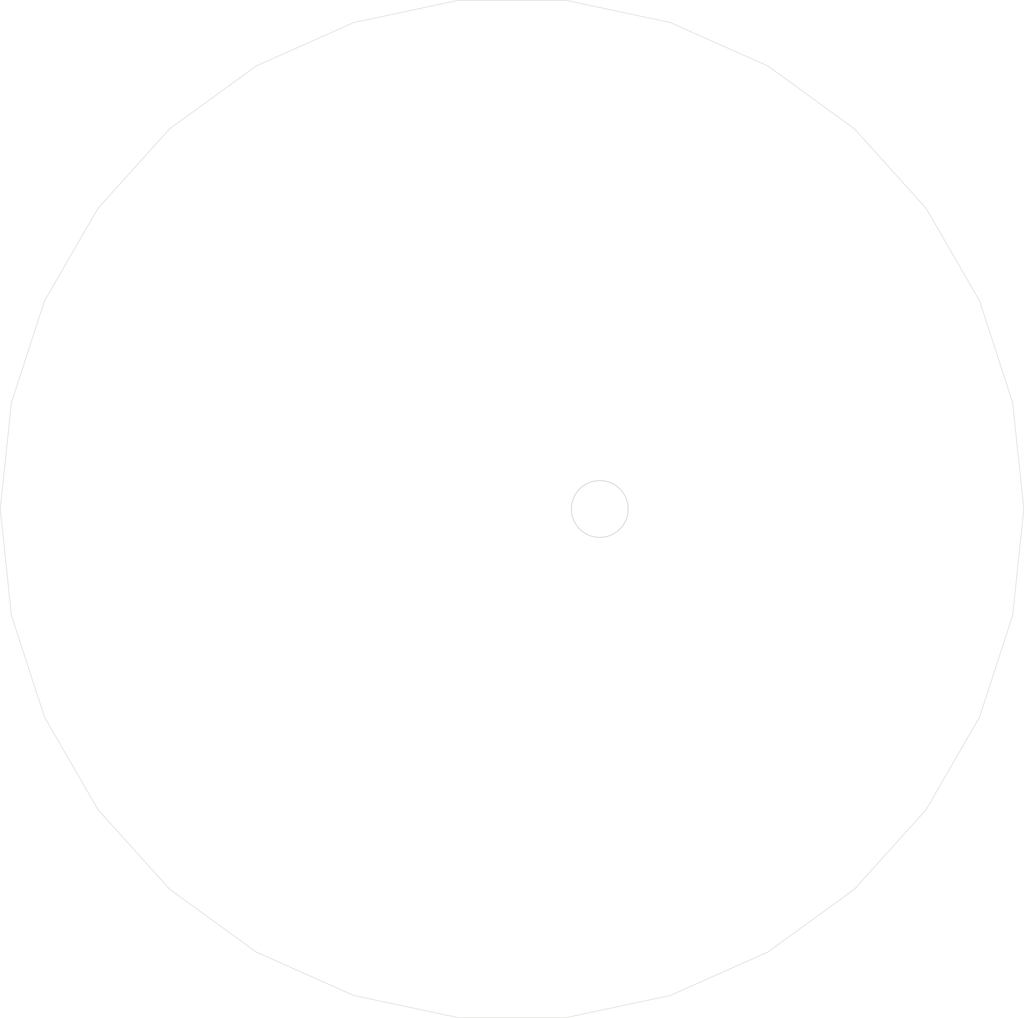
<source format=kicad_pcb>
(kicad_pcb (version 20221018) (generator pcbnew)

  (general
    (thickness 1.6)
  )

  (paper "A4")
  (layers
    (0 "F.Cu" signal)
    (31 "B.Cu" signal)
    (32 "B.Adhes" user "B.Adhesive")
    (33 "F.Adhes" user "F.Adhesive")
    (34 "B.Paste" user)
    (35 "F.Paste" user)
    (36 "B.SilkS" user "B.Silkscreen")
    (37 "F.SilkS" user "F.Silkscreen")
    (38 "B.Mask" user)
    (39 "F.Mask" user)
    (40 "Dwgs.User" user "User.Drawings")
    (41 "Cmts.User" user "User.Comments")
    (42 "Eco1.User" user "User.Eco1")
    (43 "Eco2.User" user "User.Eco2")
    (44 "Edge.Cuts" user)
    (45 "Margin" user)
    (46 "B.CrtYd" user "B.Courtyard")
    (47 "F.CrtYd" user "F.Courtyard")
    (48 "B.Fab" user)
    (49 "F.Fab" user)
  )

  (setup
    (pad_to_mask_clearance 0.2)
    (grid_origin 150.01875 104.775)
    (pcbplotparams
      (layerselection 0x0000030_80000001)
      (plot_on_all_layers_selection 0x0000000_00000000)
      (disableapertmacros false)
      (usegerberextensions false)
      (usegerberattributes true)
      (usegerberadvancedattributes true)
      (creategerberjobfile true)
      (dashed_line_dash_ratio 12.000000)
      (dashed_line_gap_ratio 3.000000)
      (svgprecision 4)
      (plotframeref false)
      (viasonmask false)
      (mode 1)
      (useauxorigin false)
      (hpglpennumber 1)
      (hpglpenspeed 20)
      (hpglpendiameter 15.000000)
      (dxfpolygonmode true)
      (dxfimperialunits true)
      (dxfusepcbnewfont true)
      (psnegative false)
      (psa4output false)
      (plotreference true)
      (plotvalue true)
      (plotinvisibletext false)
      (sketchpadsonfab false)
      (subtractmaskfromsilk false)
      (outputformat 1)
      (mirror false)
      (drillshape 1)
      (scaleselection 1)
      (outputdirectory "")
    )
  )

  (net 0 "")

  (gr_line (start 90.793 71.651) (end 91.72 70.046)
    (stroke (width 0.1) (type solid)) (layer "Dwgs.User") (tstamp 00251fed-008b-4ae4-bdd0-675174ffd4de))
  (gr_line (start 160.944 182.309) (end 162.694 185.341)
    (stroke (width 0.1) (type solid)) (layer "Dwgs.User") (tstamp 04151982-bbfe-4d6a-a698-2a13858596e6))
  (gr_line (start 172.754 101.09) (end 173.694 102.827)
    (stroke (width 0.1) (type solid)) (layer "Dwgs.User") (tstamp 04eb3412-455a-4412-9330-ca8e00b1d2e7))
  (gr_line (start 164.8095 6.591) (end 162.857 4.706)
    (stroke (width 0.1) (type solid)) (layer "Dwgs.User") (tstamp 05504b58-5485-4271-a332-1014052dbd92))
  (gr_line (start 180.269 134.275) (end 176.769 134.275)
    (stroke (width 0.1) (type solid)) (layer "Dwgs.User") (tstamp 05acfa58-83a1-40a9-a43e-93cd695c0ab8))
  (gr_line (start 146.769 86.275) (end 147.644 84.759)
    (stroke (width 0.1) (type solid)) (layer "Dwgs.User") (tstamp 06346f3e-47fe-4294-8ae4-179d63a9c5f9))
  (gr_line (start 162.742 101.919) (end 163.955 100.361)
    (stroke (width 0.1) (type solid)) (layer "Dwgs.User") (tstamp 091787e5-cad9-4596-aacc-6dd88fcca591))
  (gr_line (start 185.644 117.791) (end 184.769 116.275)
    (stroke (width 0.1) (type solid)) (layer "Dwgs.User") (tstamp 097c568b-4a57-4c8a-8f10-3b6c2cf399bf))
  (gr_line (start 216.394 135.791) (end 214.644 135.791)
    (stroke (width 0.1) (type solid)) (layer "Dwgs.User") (tstamp 09c431fb-b225-4c70-8e55-835790d58653))
  (gr_line (start 221.769 79.275) (end 225.269 79.275)
    (stroke (width 0.1) (type solid)) (layer "Dwgs.User") (tstamp 0b79d524-e42f-432d-8cfb-ec40aaed72af))
  (gr_line (start 160.944 157.341) (end 160.069 155.825)
    (stroke (width 0.1) (type solid)) (layer "Dwgs.User") (tstamp 0bb7547b-8c1f-476a-98a0-aec794713dd2))
  (gr_line (start 147.644 87.791) (end 146.769 86.275)
    (stroke (width 0.1) (type solid)) (layer "Dwgs.User") (tstamp 0c818e67-8136-4a5d-b33c-85389bfb3c40))
  (gr_line (start 112.769 140.625) (end 111.894 142.141)
    (stroke (width 0.1) (type solid)) (layer "Dwgs.User") (tstamp 0cbc5dab-3908-419a-b568-4dc900f35d01))
  (gr_line (start 234.299 55.046) (end 235.226 56.651)
    (stroke (width 0.1) (type solid)) (layer "Dwgs.User") (tstamp 0ec7b2a2-51ff-4584-8716-a6dca85d8400))
  (gr_line (start 109.769 86.275) (end 110.644 84.759)
    (stroke (width 0.1) (type solid)) (layer "Dwgs.User") (tstamp 0ecf266a-9f4c-4161-9d4d-557a77c9cb8d))
  (gr_line (start 61.625 61.147) (end 60.4 62.415)
    (stroke (width 0.1) (type solid)) (layer "Dwgs.User") (tstamp 0ed2ce70-69b9-4852-b9ef-73fbe74d1008))
  (gr_line (start 233.791 59.873) (end 231.978 60.259)
    (stroke (width 0.1) (type solid)) (layer "Dwgs.User") (tstamp 10d4e80c-39d2-4f67-958f-f6f9eaa6751e))
  (gr_line (start 117.572 204.636) (end 97.519 195.708)
    (stroke (width 0.1) (type solid)) (layer "Dwgs.User") (tstamp 11b9734e-1ba9-4a4e-a2b9-2fa02de49332))
  (gr_line (start 93.414 69.291) (end 95.227 69.677)
    (stroke (width 0.1) (type solid)) (layer "Dwgs.User") (tstamp 11d367c7-890c-4cf6-b1f9-d7e628cd7620))
  (gr_line (start 94.3205 69.484) (end 93.134 75.066)
    (stroke (width 0.1) (type solid)) (layer "Dwgs.User") (tstamp 11e7d38e-db04-49e8-bd71-bc95ec27c942))
  (gr_line (start 108.844 187.409) (end 110.594 190.441)
    (stroke (width 0.1) (type solid)) (layer "Dwgs.User") (tstamp 126213a4-1cc2-4cfa-9cf9-79fa4d433d39))
  (gr_line (start 111.894 142.141) (end 110.144 142.141)
    (stroke (width 0.1) (type solid)) (layer "Dwgs.User") (tstamp 14f27f2a-7295-4236-be83-b2dd504c79bb))
  (gr_line (start 147.019 199.775) (end 147.592 198.012)
    (stroke (width 0.1) (type solid)) (layer "Dwgs.User") (tstamp 151f106a-9039-4b82-ad77-40716054dab3))
  (gr_line (start 249.157 86.062) (end 249.985 87.619)
    (stroke (width 0.1) (type solid)) (layer "Dwgs.User") (tstamp 16382889-0ec7-4979-803d-4091c9520d32))
  (gr_line (start 153.019 199.775) (end 152.446 201.538)
    (stroke (width 0.1) (type solid)) (layer "Dwgs.User") (tstamp 17a8aa4c-a1d7-462c-a153-fc813583b884))
  (gr_line (start 249.985 87.619) (end 248.76 88.887)
    (stroke (width 0.1) (type solid)) (layer "Dwgs.User") (tstamp 1849328f-7736-4d0b-b114-cb0081f7af5f))
  (gr_line (start 162.694 154.309) (end 163.569 155.825)
    (stroke (width 0.1) (type solid)) (layer "Dwgs.User") (tstamp 18759133-6277-45e7-b27f-06f1ee75aa88))
  (gr_line (start 221.769 116.275) (end 225.269 116.275)
    (stroke (width 0.1) (type solid)) (layer "Dwgs.User") (tstamp 18dfa123-8b74-4072-a603-e61f8b1bdaaa))
  (gr_line (start 223.519 114.759) (end 223.519 117.791)
    (stroke (width 0.1) (type solid)) (layer "Dwgs.User") (tstamp 19ec60d6-8ee7-4f25-87d9-acd2240b758c))
  (gr_line (start 149.394 87.791) (end 147.644 87.791)
    (stroke (width 0.1) (type solid)) (layer "Dwgs.User") (tstamp 1af6c01e-5817-4c71-868f-1ab5675edbc0))
  (gr_line (start 111.894 139.109) (end 112.769 140.625)
    (stroke (width 0.1) (type solid)) (layer "Dwgs.User") (tstamp 1d41fb2b-0707-4660-9efc-73df493dbc59))
  (gr_line (start 96.468 71.055) (end 96.662 72.899)
    (stroke (width 0.1) (type solid)) (layer "Dwgs.User") (tstamp 1dc6f78e-ee51-45c1-bbf6-b3f2cf62b3b0))
  (gr_line (start 122.894 70.291) (end 121.144 70.291)
    (stroke (width 0.1) (type solid)) (layer "Dwgs.User") (tstamp 1ee4ddfb-4fbc-4064-8989-06056f156995))
  (gr_line (start 94.041 75.259) (end 92.227 74.873)
    (stroke (width 0.1) (type solid)) (layer "Dwgs.User") (tstamp 1f694515-62c2-478d-a686-c827a38a8f15))
  (gr_line (start 147.592 198.012) (end 149.092 196.922)
    (stroke (width 0.1) (type solid)) (layer "Dwgs.User") (tstamp 2026ae07-741f-4094-9b59-d0db53c9c6d4))
  (gr_line (start 65.072 166.492) (end 54.097 147.482)
    (stroke (width 0.1) (type solid)) (layer "Dwgs.User") (tstamp 2180c9ed-3ce6-49ab-8787-611135be394b))
  (gr_line (start 108.844 187.409) (end 110.594 187.409)
    (stroke (width 0.1) (type solid)) (layer "Dwgs.User") (tstamp 22c0c6ed-3437-43b9-a78b-1fc73f96aecc))
  (gr_line (start 248.289 86.215) (end 248.76 88.887)
    (stroke (width 0.1) (type solid)) (layer "Dwgs.User") (tstamp 23415c05-a73d-43bf-a98a-94307bd76148))
  (gr_line (start 110.644 87.791) (end 109.769 86.275)
    (stroke (width 0.1) (type solid)) (layer "Dwgs.User") (tstamp 2451f10e-5b0c-444c-91e7-2b9bb4c0e0dd))
  (gr_line (start 163.569 155.825) (end 162.694 157.341)
    (stroke (width 0.1) (type solid)) (layer "Dwgs.User") (tstamp 24b98d73-394d-47b7-be91-81e61621fde3))
  (gr_line (start 230.284 59.504) (end 229.357 57.899)
    (stroke (width 0.1) (type solid)) (layer "Dwgs.User") (tstamp 25bf5e93-018e-4225-af3f-864395cd2afd))
  (gr_line (start 162.857 4.706) (end 164.594 4.4)
    (stroke (width 0.1) (type solid)) (layer "Dwgs.User") (tstamp 25e5f2e0-962a-4b06-bfee-29c33b5d6ba8))
  (gr_line (start 180.269 171.275) (end 179.394 172.791)
    (stroke (width 0.1) (type solid)) (layer "Dwgs.User") (tstamp 265b3f33-05e8-4d88-932e-8659e08234c3))
  (gr_line (start 173.694 102.827) (end 174.019 104.775)
    (stroke (width 0.1) (type solid)) (layer "Dwgs.User") (tstamp 26d3a146-af26-4db3-8368-98337b79541c))
  (gr_line (start 214.644 169.759) (end 216.394 169.759)
    (stroke (width 0.1) (type solid)) (layer "Dwgs.User") (tstamp 26e35c2d-1315-4770-b751-f915c179a7ba))
  (gr_line (start 81.4265 177.552) (end 79.474 175.667)
    (stroke (width 0.1) (type solid)) (layer "Dwgs.User") (tstamp 27d66539-0901-454c-83b8-95b06b74f9f5))
  (gr_line (start 123.769 20.775) (end 120.269 20.775)
    (stroke (width 0.1) (type solid)) (layer "Dwgs.User") (tstamp 288c55a3-0327-4851-b107-d628bd189eaf))
  (gr_line (start 160.069 183.825) (end 160.944 182.309)
    (stroke (width 0.1) (type solid)) (layer "Dwgs.User") (tstamp 29080552-892a-44fa-8711-91d8cd6a56e5))
  (gr_line (start 121.144 19.259) (end 122.894 19.259)
    (stroke (width 0.1) (type solid)) (layer "Dwgs.User") (tstamp 29f715af-b87c-42f3-a176-76fe2ab3449e))
  (gr_line (start 162.101 105.763) (end 162.101 103.787)
    (stroke (width 0.1) (type solid)) (layer "Dwgs.User") (tstamp 2a64ae7b-beda-43c8-b24a-12410d565d7e))
  (gr_line (start 177.644 132.759) (end 179.394 132.759)
    (stroke (width 0.1) (type solid)) (layer "Dwgs.User") (tstamp 2a758054-ae82-47be-9983-58c3d1987733))
  (gr_line (start 110.644 84.759) (end 112.394 84.759)
    (stroke (width 0.1) (type solid)) (layer "Dwgs.User") (tstamp 2ae20cdc-26ac-4382-beef-704bc6e38143))
  (gr_line (start 217.269 171.275) (end 216.394 172.791)
    (stroke (width 0.1) (type solid)) (layer "Dwgs.User") (tstamp 2b255872-29f1-4281-8d87-14a4d5e40a05))
  (gr_line (start 149.394 124.791) (end 147.644 124.791)
    (stroke (width 0.1) (type solid)) (layer "Dwgs.User") (tstamp 2cc42e8e-d962-4555-8943-c55926e5ab39))
  (gr_line (start 213.769 171.275) (end 214.644 169.759)
    (stroke (width 0.1) (type solid)) (layer "Dwgs.User") (tstamp 2d37ecfe-0466-42e6-a678-4f7734d1d9e3))
  (gr_line (start 231.978 60.259) (end 230.284 59.504)
    (stroke (width 0.1) (type solid)) (layer "Dwgs.User") (tstamp 2d749279-d3a1-447d-b6ae-75e5dfa36570))
  (gr_line (start 113.269 123.275) (end 112.394 124.791)
    (stroke (width 0.1) (type solid)) (layer "Dwgs.User") (tstamp 2d97fc2a-ab98-4be9-9389-662fff08597c))
  (gr_line (start 235.032 58.495) (end 229.551 56.055)
    (stroke (width 0.1) (type solid)) (layer "Dwgs.User") (tstamp 2eb6aa06-9225-43a2-9f25-7b71783602fb))
  (gr_line (start 95.227 69.677) (end 96.468 71.055)
    (stroke (width 0.1) (type solid)) (layer "Dwgs.User") (tstamp 2fb08fdf-8e05-4dd5-8702-3c2ae7d4da78))
  (gr_line (start 234.966 166.492) (end 220.278 182.805)
    (stroke (width 0.1) (type solid)) (layer "Dwgs.User") (tstamp 30b343e8-6be5-4488-93e2-794f3091a2a0))
  (gr_line (start 182.466 4.914) (end 202.519 13.842)
    (stroke (width 0.1) (type solid)) (layer "Dwgs.User") (tstamp 31ce10e5-2243-4b7b-934c-28c223460187))
  (gr_line (start 162.694 157.341) (end 160.944 157.341)
    (stroke (width 0.1) (type solid)) (layer "Dwgs.User") (tstamp 325701ec-90a0-4914-86c8-b4ad23798218))
  (gr_line (start 214.644 132.759) (end 216.394 132.759)
    (stroke (width 0.1) (type solid)) (layer "Dwgs.User") (tstamp 326a4c14-8114-409c-8d4c-3440a2a3a5d3))
  (gr_line (start 79.229 177.413) (end 79.474 175.667)
    (stroke (width 0.1) (type solid)) (layer "Dwgs.User") (tstamp 32fee0a0-03fb-4af2-a670-f4e25fe7cfe7))
  (gr_line (start 178.519 132.759) (end 178.519 135.791)
    (stroke (width 0.1) (type solid)) (layer "Dwgs.User") (tstamp 35d0e876-4889-44cd-82fa-7ebf39468bec))
  (gr_line (start 122.894 67.259) (end 123.769 68.775)
    (stroke (width 0.1) (type solid)) (layer "Dwgs.User") (tstamp 36185c3d-c2c4-4290-ad69-0b2e91168fb3))
  (gr_line (start 95.735 74.504) (end 94.041 75.259)
    (stroke (width 0.1) (type solid)) (layer "Dwgs.User") (tstamp 36dd058c-c5b2-4dcb-8d76-e2687906657a))
  (gr_line (start 169.492 110.591) (end 167.524 110.755)
    (stroke (width 0.1) (type solid)) (layer "Dwgs.User") (tstamp 377ea9f0-639b-4117-bb19-4253c7ca68c7))
  (gr_line (start 184.769 79.275) (end 185.644 77.759)
    (stroke (width 0.1) (type solid)) (layer "Dwgs.User") (tstamp 387e6f5f-7661-4a99-a390-ff95148fb2e8))
  (gr_line (start 224.394 117.791) (end 222.644 117.791)
    (stroke (width 0.1) (type solid)) (layer "Dwgs.User") (tstamp 3903414d-3581-4cf4-a0e7-9bb60ed78c57))
  (gr_line (start 150.269 123.275) (end 149.394 124.791)
    (stroke (width 0.1) (type solid)) (layer "Dwgs.User") (tstamp 3909135d-5773-4217-9be3-7183a00b4539))
  (gr_line (start 147.592 201.538) (end 147.019 199.775)
    (stroke (width 0.1) (type solid)) (layer "Dwgs.User") (tstamp 3938aed5-0bb3-4d26-aa73-7f9e39143e60))
  (gr_line (start 109.269 140.625) (end 110.144 139.109)
    (stroke (width 0.1) (type solid)) (layer "Dwgs.User") (tstamp 3944b543-9cf9-447f-ae69-c176fd3ab6dc))
  (gr_line (start 54.097 62.068) (end 65.072 43.058)
    (stroke (width 0.1) (type solid)) (layer "Dwgs.User") (tstamp 3e87e8b0-32f5-4981-958b-217a73248b6e))
  (gr_line (start 163.569 183.825) (end 162.694 185.341)
    (stroke (width 0.1) (type solid)) (layer "Dwgs.User") (tstamp 3eecb853-3063-4fb3-9c2e-005084922f33))
  (gr_line (start 174.019 104.775) (end 162.101 104.775)
    (stroke (width 0.1) (type solid)) (layer "Dwgs.User") (tstamp 3f0068cb-fc01-4b03-a55d-fb0e255f5dd3))
  (gr_line (start 97.519 195.708) (end 79.76 182.805)
    (stroke (width 0.1) (type solid)) (layer "Dwgs.User") (tstamp 3f59593f-3b34-4681-8120-3f11afe4a486))
  (gr_line (start 47.314 126.606) (end 45.019 104.775)
    (stroke (width 0.1) (type solid)) (layer "Dwgs.User") (tstamp 3fd7da45-9af5-46d4-ac55-ebf7767da34d))
  (gr_line (start 224.394 80.791) (end 222.644 80.791)
    (stroke (width 0.1) (type solid)) (layer "Dwgs.User") (tstamp 41acc244-2a0f-43cb-9c71-8edf25d11863))
  (gr_line (start 107.969 188.925) (end 108.844 187.409)
    (stroke (width 0.1) (type solid)) (layer "Dwgs.User") (tstamp 42bea9a7-5dcc-4722-a3ae-0030881a49fa))
  (gr_line (start 165.422 5.957) (end 164.197 7.225)
    (stroke (width 0.1) (type solid)) (layer "Dwgs.User") (tstamp 460efd42-7232-4a61-b2fd-4915cb6cb11c))
  (gr_line (start 174.019 104.775) (end 173.694 106.723)
    (stroke (width 0.1) (type solid)) (layer "Dwgs.User") (tstamp 46a2d0d6-2c71-4632-b936-5acb724162d3))
  (gr_line (start 113.269 86.275) (end 109.769 86.275)
    (stroke (width 0.1) (type solid)) (layer "Dwgs.User") (tstamp 47e128d3-500a-49ab-8f0f-8e9419daf191))
  (gr_line (start 110.594 190.441) (end 108.844 190.441)
    (stroke (width 0.1) (type solid)) (layer "Dwgs.User") (tstamp 48b970c5-358f-4761-9f02-373e12f81ae9))
  (gr_line (start 187.144 25.291) (end 186.269 23.775)
    (stroke (width 0.1) (type solid)) (layer "Dwgs.User") (tstamp 4961f9fd-9997-4bd7-b504-35afc3100049))
  (gr_line (start 123.769 68.775) (end 122.894 70.291)
    (stroke (width 0.1) (type solid)) (layer "Dwgs.User") (tstamp 49800b0c-b2eb-45a7-9dfc-21e109f61dee))
  (gr_line (start 177.644 172.791) (end 176.769 171.275)
    (stroke (width 0.1) (type solid)) (layer "Dwgs.User") (tstamp 4a089e28-4b15-4456-84d1-b75473a0a438))
  (gr_line (start 202.519 195.708) (end 182.466 204.636)
    (stroke (width 0.1) (type solid)) (layer "Dwgs.User") (tstamp 4a4e9791-c0ae-4865-b774-53f5c644019c))
  (gr_line (start 147.644 121.759) (end 149.394 121.759)
    (stroke (width 0.1) (type solid)) (layer "Dwgs.User") (tstamp 4ba14dfb-a3d4-400c-be11-d7859da2b2b7))
  (gr_line (start 96.662 72.899) (end 95.735 74.504)
    (stroke (width 0.1) (type solid)) (layer "Dwgs.User") (tstamp 4c2f58b6-ab50-4c32-8c96-0c2407cddbe5))
  (gr_line (start 189.769 65.775) (end 188.894 67.291)
    (stroke (width 0.1) (type solid)) (layer "Dwgs.User") (tstamp 4d0c9117-f9fc-47ae-9aa9-80569c37c4bd))
  (gr_line (start 171.301 109.798) (end 169.492 110.591)
    (stroke (width 0.1) (type solid)) (layer "Dwgs.User") (tstamp 4da1d7e3-444a-449b-874d-1fbe81130b3a))
  (gr_line (start 111.519 84.759) (end 111.519 87.791)
    (stroke (width 0.1) (type solid)) (layer "Dwgs.User") (tstamp 4f6fc9d9-336c-4400-9cea-59d6b5b1cd45))
  (gr_line (start 247.175 88.114) (end 247.421 86.368)
    (stroke (width 0.1) (type solid)) (layer "Dwgs.User") (tstamp 4f951868-0345-4756-a4cd-c1dd8709947c))
  (gr_line (start 235.032 58.495) (end 233.791 59.873)
    (stroke (width 0.1) (type solid)) (layer "Dwgs.User") (tstamp 5147d20c-dbd9-4d04-b055-9fbe88737fa3))
  (gr_line (start 179.394 169.759) (end 180.269 171.275)
    (stroke (width 0.1) (type solid)) (layer "Dwgs.User") (tstamp 51739b72-77bd-4751-8d75-b3d3a476ad22))
  (gr_line (start 149.394 84.759) (end 150.269 86.275)
    (stroke (width 0.1) (type solid)) (layer "Dwgs.User") (tstamp 51e43e9b-79ad-4822-8869-a89aabbfaa4f))
  (gr_line (start 160.994 209.2) (end 139.044 209.2)
    (stroke (width 0.1) (type solid)) (layer "Dwgs.User") (tstamp 521595b8-e9bf-4f76-b540-adf099f052a6))
  (gr_line (start 147.644 84.759) (end 149.394 84.759)
    (stroke (width 0.1) (type solid)) (layer "Dwgs.User") (tstamp 54ba5d59-1177-4430-a661-7c1bc212bcf0))
  (gr_line (start 112.394 124.791) (end 110.644 124.791)
    (stroke (width 0.1) (type solid)) (layer "Dwgs.User") (tstamp 567510c5-ad6d-4efb-8e03-e2366dd78bd1))
  (gr_line (start 252.724 82.944) (end 255.019 104.775)
    (stroke (width 0.1) (type solid)) (layer "Dwgs.User") (tstamp 56ea22ad-6e6e-4ae7-a938-a8fea8127eb6))
  (gr_line (start 150.946 196.922) (end 149.092 202.628)
    (stroke (width 0.1) (type solid)) (layer "Dwgs.User") (tstamp 57090f5b-2eb9-4094-9905-2c066a04efab))
  (gr_line (start 150.946 202.628) (end 149.092 202.628)
    (stroke (width 0.1) (type solid)) (layer "Dwgs.User") (tstamp 57c00f6b-68da-454d-b19c-3be6b1887af8))
  (gr_line (start 167.524 110.755) (end 165.609 110.27)
    (stroke (width 0.1) (type solid)) (layer "Dwgs.User") (tstamp 5820f888-53f6-4199-9ea3-eb238a4e8905))
  (gr_line (start 150.269 86.275) (end 146.769 86.275)
    (stroke (width 0.1) (type solid)) (layer "Dwgs.User") (tstamp 589080f1-3ca3-4cb4-96fb-942acf3d6398))
  (gr_line (start 165.609 99.28) (end 167.524 98.795)
    (stroke (width 0.1) (type solid)) (layer "Dwgs.User") (tstamp 589b8cac-59a1-44e4-a676-2a1730f0f6cc))
  (gr_line (start 197.624 191.722) (end 198.452 193.279)
    (stroke (width 0.1) (type solid)) (layer "Dwgs.User") (tstamp 58f939cd-8432-4a5b-9714-4c264c60ca79))
  (gr_line (start 112.394 121.759) (end 113.269 123.275)
    (stroke (width 0.1) (type solid)) (layer "Dwgs.User") (tstamp 59081ff1-0b4a-4666-824d-697f437598e1))
  (gr_line (start 215.519 169.759) (end 215.519 172.791)
    (stroke (width 0.1) (type solid)) (layer "Dwgs.User") (tstamp 5965ea2c-c2da-41df-8782-1b98649176df))
  (gr_line (start 179.394 172.791) (end 177.644 172.791)
    (stroke (width 0.1) (type solid)) (layer "Dwgs.User") (tstamp 5a4bcf24-e557-4f07-b331-e6da2e592637))
  (gr_line (start 121.144 22.291) (end 120.269 20.775)
    (stroke (width 0.1) (type solid)) (layer "Dwgs.User") (tstamp 5a749388-ba21-44ce-a6a4-3254206cb065))
  (gr_line (start 177.644 135.791) (end 176.769 134.275)
    (stroke (width 0.1) (type solid)) (layer "Dwgs.User") (tstamp 5bc1baa6-37e8-4b09-a097-cdc5a1beffd0))
  (gr_line (start 187.144 22.259) (end 188.894 22.259)
    (stroke (width 0.1) (type solid)) (layer "Dwgs.User") (tstamp 5dfd4cdc-b11b-4971-ac74-68401a086acc))
  (gr_line (start 47.314 82.944) (end 54.097 62.068)
    (stroke (width 0.1) (type solid)) (layer "Dwgs.User") (tstamp 5eedd99d-e70b-4bd2-8c0c-2b8fcaee30c7))
  (gr_line (start 122.019 19.259) (end 122.019 22.291)
    (stroke (width 0.1) (type solid)) (layer "Dwgs.User") (tstamp 6032f56d-5db2-42c0-8814-a655d0bce563))
  (gr_line (start 110.144 139.109) (end 111.894 139.109)
    (stroke (width 0.1) (type solid)) (layer "Dwgs.User") (tstamp 619ff1b6-fc8e-4b4a-a4b2-0684ca84e00f))
  (gr_line (start 245.941 147.482) (end 234.966 166.492)
    (stroke (width 0.1) (type solid)) (layer "Dwgs.User") (tstamp 620f13d5-8da8-424e-acd8-5921b7711e3a))
  (gr_line (start 147.3055 198.8935) (end 152.7325 200.6565)
    (stroke (width 0.1) (type solid)) (layer "Dwgs.User") (tstamp 623747f3-9c19-4af8-8e05-21ccfa00a82d))
  (gr_line (start 187.394 117.791) (end 185.644 117.791)
    (stroke (width 0.1) (type solid)) (layer "Dwgs.User") (tstamp 6259c6f3-1c50-486d-9186-eba6b2a4dbd6))
  (gr_line (start 139.044 0.35) (end 160.994 0.35)
    (stroke (width 0.1) (type solid)) (layer "Dwgs.User") (tstamp 62aafe31-6753-4aaf-a02b-dbf48b507206))
  (gr_line (start 113.269 123.275) (end 109.769 123.275)
    (stroke (width 0.1) (type solid)) (layer "Dwgs.User") (tstamp 6490b677-ff42-4ad9-a4d1-1d4627e080d7))
  (gr_line (start 189.769 23.775) (end 188.894 25.291)
    (stroke (width 0.1) (type solid)) (layer "Dwgs.User") (tstamp 6499f974-7adb-423c-b9b9-e6cb16b5880f))
  (gr_line (start 110.644 124.791) (end 109.769 123.275)
    (stroke (width 0.1) (type solid)) (layer "Dwgs.User") (tstamp 6673f39d-c5aa-4a17-adc7-9a8217b19aff))
  (gr_line (start 214.644 172.791) (end 213.769 171.275)
    (stroke (width 0.1) (type solid)) (layer "Dwgs.User") (tstamp 66f08f84-7b1f-4f14-a6e9-4865e76511bb))
  (gr_line (start 198.038 192.5005) (end 195.642 193.774)
    (stroke (width 0.1) (type solid)) (layer "Dwgs.User") (tstamp 66f36528-fb01-4c38-8a32-3951460a7876))
  (gr_line (start 60.797 59.59) (end 61.625 61.147)
    (stroke (width 0.1) (type solid)) (layer "Dwgs.User") (tstamp 687c967c-5bb6-4108-bf17-1597ef3e3e2f))
  (gr_line (start 180.269 134.275) (end 179.394 135.791)
    (stroke (width 0.1) (type solid)) (layer "Dwgs.User") (tstamp 687cabb9-edb7-4d86-b50e-dcc7df03e974))
  (gr_line (start 217.269 134.275) (end 216.394 135.791)
    (stroke (width 0.1) (type solid)) (layer "Dwgs.User") (tstamp 688b2b43-433d-49f0-a0c3-2c1e574cb59e))
  (gr_line (start 90.987 73.495) (end 90.793 71.651)
    (stroke (width 0.1) (type solid)) (layer "Dwgs.User") (tstamp 69866cf6-b370-4a0e-84f6-5acd97fe33df))
  (gr_line (start 110.644 121.759) (end 112.394 121.759)
    (stroke (width 0.1) (type solid)) (layer "Dwgs.User") (tstamp 69ba3f1d-0d8a-45a2-bea5-f06bc274b2e4))
  (gr_line (start 160.944 185.341) (end 160.069 183.825)
    (stroke (width 0.1) (type solid)) (layer "Dwgs.User") (tstamp 6a8ca728-b807-49cc-a684-15024f8d1d88))
  (gr_line (start 222.644 114.759) (end 224.394 114.759)
    (stroke (width 0.1) (type solid)) (layer "Dwgs.User") (tstamp 6a9434dd-8c3e-435e-902d-cc025c4e4452))
  (gr_line (start 225.269 116.275) (end 224.394 117.791)
    (stroke (width 0.1) (type solid)) (layer "Dwgs.User") (tstamp 6b51e4e1-ac44-4134-8640-506c496316ba))
  (gr_line (start 113.269 86.275) (end 112.394 87.791)
    (stroke (width 0.1) (type solid)) (layer "Dwgs.User") (tstamp 6c11fc5b-4a28-4675-9abd-b686bf0370ad))
  (gr_line (start 110.594 187.409) (end 111.469 188.925)
    (stroke (width 0.1) (type solid)) (layer "Dwgs.User") (tstamp 6c84c10f-ec97-450f-be19-013448c445bd))
  (gr_line (start 150.269 123.275) (end 146.769 123.275)
    (stroke (width 0.1) (type solid)) (layer "Dwgs.User") (tstamp 6cd12045-8300-4745-8655-61607d712491))
  (gr_line (start 220.278 182.805) (end 202.519 195.708)
    (stroke (width 0.1) (type solid)) (layer "Dwgs.User") (tstamp 6cf0c07f-2278-4a14-be7c-306cbc5a8baa))
  (gr_line (start 216.394 132.759) (end 217.269 134.275)
    (stroke (width 0.1) (type solid)) (layer "Dwgs.User") (tstamp 70e5efcb-530f-4a60-8ec2-55055d278f20))
  (gr_line (start 163.955 100.361) (end 165.609 99.28)
    (stroke (width 0.1) (type solid)) (layer "Dwgs.User") (tstamp 7291a47f-a3e4-4f4f-83c2-a3efb2f4c549))
  (gr_line (start 195.887 192.028) (end 197.624 191.722)
    (stroke (width 0.1) (type solid)) (layer "Dwgs.User") (tstamp 755e0a13-63e3-4ad4-9a12-e3982546186a))
  (gr_line (start 187.144 64.259) (end 188.894 64.259)
    (stroke (width 0.1) (type solid)) (layer "Dwgs.User") (tstamp 77d8b478-1b9f-496a-b8ea-02d50cae43dd))
  (gr_line (start 187.394 80.791) (end 185.644 80.791)
    (stroke (width 0.1) (type solid)) (layer "Dwgs.User") (tstamp 7cbaa0cf-8f0c-47e0-9dea-1bc30f44078c))
  (gr_line (start 189.769 65.775) (end 186.269 65.775)
    (stroke (width 0.1) (type solid)) (layer "Dwgs.User") (tstamp 7e8d5932-5688-43ac-b576-248265544ed0))
  (gr_line (start 160.944 154.309) (end 162.694 154.309)
    (stroke (width 0.1) (type solid)) (layer "Dwgs.User") (tstamp 7f0327c5-6aa5-484b-8468-5d063af0e124))
  (gr_line (start 92.227 74.873) (end 90.987 73.495)
    (stroke (width 0.1) (type solid)) (layer "Dwgs.User") (tstamp 80e8e0fb-0227-4f0b-b7d9-aa9fb40435e9))
  (gr_line (start 230.791 54.677) (end 232.605 54.291)
    (stroke (width 0.1) (type solid)) (layer "Dwgs.User") (tstamp 81995f68-2ad4-4c00-9665-ecf9f136d286))
  (gr_line (start 79.76 182.805) (end 65.072 166.492)
    (stroke (width 0.1) (type solid)) (layer "Dwgs.User") (tstamp 8317e4b1-4fa6-4652-8c7a-e9ac83736d56))
  (gr_line (start 213.769 134.275) (end 214.644 132.759)
    (stroke (width 0.1) (type solid)) (layer "Dwgs.User") (tstamp 831d747e-cae0-402c-81e5-509a46fd1ca1))
  (gr_line (start 91.72 70.046) (end 93.414 69.291)
    (stroke (width 0.1) (type solid)) (layer "Dwgs.User") (tstamp 836edd79-db72-41a3-8142-24ef3c4df782))
  (gr_line (start 168.508 98.877) (end 167.524 110.755)
    (stroke (width 0.1) (type solid)) (layer "Dwgs.User") (tstamp 8480c1d3-800b-450b-a953-3b553efb5796))
  (gr_line (start 176.769 171.275) (end 177.644 169.759)
    (stroke (width 0.1) (type solid)) (layer "Dwgs.User") (tstamp 87e73151-4504-427d-a6b8-58aa105385ca))
  (gr_line (start 149.092 196.922) (end 150.946 196.922)
    (stroke (width 0.1) (type solid)) (layer "Dwgs.User") (tstamp 888d0b3c-dce0-4077-8782-07cfa232da8a))
  (gr_line (start 234.966 43.058) (end 245.941 62.068)
    (stroke (width 0.1) (type solid)) (layer "Dwgs.User") (tstamp 88cc6f73-08c6-4d46-8cf0-e2c680ec67ca))
  (gr_line (start 80.814 178.186) (end 79.229 177.413)
    (stroke (width 0.1) (type solid)) (layer "Dwgs.User") (tstamp 895e2824-b5d7-4da7-aaad-2b2a4a44a38e))
  (gr_line (start 252.724 126.606) (end 245.941 147.482)
    (stroke (width 0.1) (type solid)) (layer "Dwgs.User") (tstamp 89bd1c68-30d5-49e5-bc62-9c89da9b06ba))
  (gr_line (start 164.197 7.225) (end 162.612 6.452)
    (stroke (width 0.1) (type solid)) (layer "Dwgs.User") (tstamp 8a2629b3-03f4-415b-9946-b2916006da7c))
  (gr_line (start 232.605 54.291) (end 234.299 55.046)
    (stroke (width 0.1) (type solid)) (layer "Dwgs.User") (tstamp 8a92e90b-dfbc-4abb-a96b-90b1bdf60cc4))
  (gr_line (start 150.269 86.275) (end 149.394 87.791)
    (stroke (width 0.1) (type solid)) (layer "Dwgs.User") (tstamp 8af4e4d8-b847-49be-85fe-214126179cf7))
  (gr_line (start 185.644 80.791) (end 184.769 79.275)
    (stroke (width 0.1) (type solid)) (layer "Dwgs.User") (tstamp 8b84dc26-d076-4262-9c2c-ee1b075ed40d))
  (gr_line (start 217.269 171.275) (end 213.769 171.275)
    (stroke (width 0.1) (type solid)) (layer "Dwgs.User") (tstamp 8d3e376b-39f2-446e-b38f-b89f4222a21b))
  (gr_line (start 112.394 84.759) (end 113.269 86.275)
    (stroke (width 0.1) (type solid)) (layer "Dwgs.User") (tstamp 8e5c5050-dd9b-47c7-9860-1c531ce244af))
  (gr_line (start 245.941 62.068) (end 252.724 82.944)
    (stroke (width 0.1) (type solid)) (layer "Dwgs.User") (tstamp 9115e7c4-e763-4313-b16f-4afd66638a7d))
  (gr_line (start 224.394 114.759) (end 225.269 116.275)
    (stroke (width 0.1) (type solid)) (layer "Dwgs.User") (tstamp 93254edf-3f25-4e02-8e97-2c7473ce6713))
  (gr_line (start 179.394 135.791) (end 177.644 135.791)
    (stroke (width 0.1) (type solid)) (layer "Dwgs.User") (tstamp 9719d0c8-94bb-4165-942c-9043a6b0623c))
  (gr_line (start 222.644 80.791) (end 221.769 79.275)
    (stroke (width 0.1) (type solid)) (layer "Dwgs.User") (tstamp 9941e16d-4ace-4024-8720-735186550075))
  (gr_line (start 195.642 193.774) (end 195.887 192.028)
    (stroke (width 0.1) (type solid)) (layer "Dwgs.User") (tstamp 9af23caf-3ab9-43f6-8bc3-e57481fc9096))
  (gr_line (start 79.474 175.667) (end 81.211 175.361)
    (stroke (width 0.1) (type solid)) (layer "Dwgs.User") (tstamp 9b1215c4-ea56-4cfd-a353-894d3ad187ed))
  (gr_line (start 79.76 26.745) (end 97.519 13.842)
    (stroke (width 0.1) (type solid)) (layer "Dwgs.User") (tstamp 9b3a807f-6e44-4ca9-811d-4549e41e3ee1))
  (gr_line (start 82.039 176.918) (end 80.814 178.186)
    (stroke (width 0.1) (type solid)) (layer "Dwgs.User") (tstamp 9caae9f9-e158-40a4-94e5-a019f1808ef0))
  (gr_line (start 65.072 43.058) (end 79.76 26.745)
    (stroke (width 0.1) (type solid)) (layer "Dwgs.User") (tstamp 9e6a1832-f4f2-4b18-963b-577e2daf195b))
  (gr_line (start 163.955 109.189) (end 162.742 107.631)
    (stroke (width 0.1) (type solid)) (layer "Dwgs.User") (tstamp 9eea9c91-ba38-43ec-a2e8-552ff93dd917))
  (gr_line (start 163.1315 183.067) (end 160.5065 184.583)
    (stroke (width 0.1) (type solid)) (layer "Dwgs.User") (tstamp 9f157d93-5efe-4a26-b8be-17c9fcaebc8c))
  (gr_line (start 81.211 175.361) (end 80.0215 177.7995)
    (stroke (width 0.1) (type solid)) (layer "Dwgs.User") (tstamp 9fac3a6f-bf1b-40c1-9788-fe3c869ea52d))
  (gr_line (start 148.519 121.759) (end 148.519 124.791)
    (stroke (width 0.1) (type solid)) (layer "Dwgs.User") (tstamp a37e1cbd-e39e-43ef-96e8-83daf44c91fb))
  (gr_line (start 120.269 68.775) (end 121.144 67.259)
    (stroke (width 0.1) (type solid)) (layer "Dwgs.User") (tstamp a6d40dc0-24ab-4a6c-92f2-1b5dec911131))
  (gr_line (start 186.269 65.775) (end 187.144 64.259)
    (stroke (width 0.1) (type solid)) (layer "Dwgs.User") (tstamp a6fbf103-efdc-40f3-b93b-e110b7aa03fa))
  (gr_line (start 150.946 196.922) (end 152.446 198.012)
    (stroke (width 0.1) (type solid)) (layer "Dwgs.User") (tstamp a7aa7fbb-8114-45f7-b82d-2b96f7bc1b86))
  (gr_line (start 147.644 124.791) (end 146.769 123.275)
    (stroke (width 0.1) (type solid)) (layer "Dwgs.User") (tstamp a88abe62-1cbf-4d4f-895c-795203496532))
  (gr_line (start 188.894 22.259) (end 189.769 23.775)
    (stroke (width 0.1) (type solid)) (layer "Dwgs.User") (tstamp aa4fd8b6-7f00-4961-85e8-6c93709ee270))
  (gr_line (start 123.769 20.775) (end 122.894 22.291)
    (stroke (width 0.1) (type solid)) (layer "Dwgs.User") (tstamp aa884d46-dee5-4b33-84d1-c3b1df75db58))
  (gr_line (start 111.519 121.759) (end 111.519 124.791)
    (stroke (width 0.1) (type solid)) (layer "Dwgs.User") (tstamp ae350bb4-c07b-48d8-8715-a17f058f9308))
  (gr_line (start 185.644 114.759) (end 187.394 114.759)
    (stroke (width 0.1) (type solid)) (layer "Dwgs.User") (tstamp ae9561b1-8ac2-42c5-b250-dc40e163cda0))
  (gr_line (start 188.894 64.259) (end 189.769 65.775)
    (stroke (width 0.1) (type solid)) (layer "Dwgs.User") (tstamp aed02fad-9550-4de6-9ed4-a762218f84c3))
  (gr_line (start 167.524 98.795) (end 169.492 98.959)
    (stroke (width 0.1) (type solid)) (layer "Dwgs.User") (tstamp afb361ad-2f7a-4482-a120-c94c7027408c))
  (gr_line (start 195.887 192.028) (end 197.8395 193.913)
    (stroke (width 0.1) (type solid)) (layer "Dwgs.User") (tstamp aff8fcd3-7cb8-4be1-80cc-476b7a48aaf9))
  (gr_line (start 149.394 121.759) (end 150.269 123.275)
    (stroke (width 0.1) (type solid)) (layer "Dwgs.User") (tstamp b09aa91b-4a46-4e43-ac8f-909874c13045))
  (gr_line (start 162.101 103.787) (end 162.742 101.919)
    (stroke (width 0.1) (type solid)) (layer "Dwgs.User") (tstamp b39bc197-8b1e-4e9f-9d8b-7c539ea3b8aa))
  (gr_line (start 216.394 169.759) (end 217.269 171.275)
    (stroke (width 0.1) (type solid)) (layer "Dwgs.User") (tstamp b51201eb-2735-4e8c-9ea9-2a7efcde4cb1))
  (gr_line (start 188.269 116.275) (end 187.394 117.791)
    (stroke (width 0.1) (type solid)) (layer "Dwgs.User") (tstamp b596d72b-0412-43f6-aab9-6529807f2364))
  (gr_line (start 221.769 79.275) (end 222.644 77.759)
    (stroke (width 0.1) (type solid)) (layer "Dwgs.User") (tstamp b5c8a6ff-37e0-428f-a58b-de1c062e5f66))
  (gr_line (start 61.211 60.3685) (end 58.815 61.642)
    (stroke (width 0.1) (type solid)) (layer "Dwgs.User") (tstamp b7817e80-4193-4438-9c23-cc7238ddb39c))
  (gr_line (start 222.644 117.791) (end 221.769 116.275)
    (stroke (width 0.1) (type solid)) (layer "Dwgs.User") (tstamp b950458f-bd1f-436b-abce-c42ca758efbd))
  (gr_line (start 59.061 59.896) (end 60.797 59.59)
    (stroke (width 0.1) (type solid)) (layer "Dwgs.User") (tstamp b96d08c4-ea13-4747-b26b-5079fd065211))
  (gr_line (start 97.519 13.842) (end 117.572 4.914)
    (stroke (width 0.1) (type solid)) (layer "Dwgs.User") (tstamp baaae8bc-e8c1-4276-80b2-cc178c6f844e))
  (gr_line (start 160.944 182.309) (end 162.694 182.309)
    (stroke (width 0.1) (type solid)) (layer "Dwgs.User") (tstamp bb24b94f-b867-4209-b825-403e2731eac3))
  (gr_line (start 117.572 4.914) (end 139.044 0.35)
    (stroke (width 0.1) (type solid)) (layer "Dwgs.User") (tstamp bc193737-8aed-4d61-a175-4fbb4f165bcf))
  (gr_line (start 178.519 169.759) (end 178.519 172.791)
    (stroke (width 0.1) (type solid)) (layer "Dwgs.User") (tstamp bdd4e28a-0c00-468d-a83c-d624aab09c36))
  (gr_line (start 160.069 155.825) (end 160.944 154.309)
    (stroke (width 0.1) (type solid)) (layer "Dwgs.User") (tstamp be0c27e3-854b-4139-8dc7-610a520fe99d))
  (gr_line (start 213.769 134.275) (end 217.269 134.275)
    (stroke (width 0.1) (type solid)) (layer "Dwgs.User") (tstamp bebce855-e15b-4fda-970b-c1aacf47b49c))
  (gr_line (start 160.069 155.825) (end 163.569 155.825)
    (stroke (width 0.1) (type solid)) (layer "Dwgs.User") (tstamp bfc16451-c7e8-4077-a73b-f1db63b67b9c))
  (gr_line (start 152.446 201.538) (end 150.946 202.628)
    (stroke (width 0.1) (type solid)) (layer "Dwgs.User") (tstamp c1395ba6-7346-407c-8b5a-c1716295dc41))
  (gr_line (start 164.594 4.4) (end 165.422 5.957)
    (stroke (width 0.1) (type solid)) (layer "Dwgs.User") (tstamp c17be62a-0efc-4d29-8790-435e46e0636e))
  (gr_line (start 186.269 23.775) (end 187.144 22.259)
    (stroke (width 0.1) (type solid)) (layer "Dwgs.User") (tstamp c20bc1d9-719d-4f91-bdb0-ae485cde710e))
  (gr_line (start 247.421 86.368) (end 249.157 86.062)
    (stroke (width 0.1) (type solid)) (layer "Dwgs.User") (tstamp c3ff5f1a-9a07-43f2-942b-fa24fa68afde))
  (gr_line (start 198.452 193.279) (end 197.227 194.547)
    (stroke (width 0.1) (type solid)) (layer "Dwgs.User") (tstamp c48befb6-7831-4d6f-beab-a2bd0c758a93))
  (gr_line (start 223.519 77.759) (end 223.519 80.791)
    (stroke (width 0.1) (type solid)) (layer "Dwgs.User") (tstamp c58e01cd-abb4-4dc5-be31-b378b155b123))
  (gr_line (start 222.644 77.759) (end 224.394 77.759)
    (stroke (width 0.1) (type solid)) (layer "Dwgs.User") (tstamp c9121175-9ab9-4996-b27f-dbf6e62a45a8))
  (gr_line (start 162.694 185.341) (end 160.944 185.341)
    (stroke (width 0.1) (type solid)) (layer "Dwgs.User") (tstamp ca9a44cd-0e0f-458f-b5c7-cce6a337cd0b))
  (gr_line (start 185.644 77.759) (end 187.394 77.759)
    (stroke (width 0.1) (type solid)) (layer "Dwgs.User") (tstamp caa9de8c-84ac-409c-8ff5-9def72cb543c))
  (gr_line (start 146.769 123.275) (end 147.644 121.759)
    (stroke (width 0.1) (type solid)) (layer "Dwgs.User") (tstamp caf349b0-1594-4852-8ae3-7b660a0ad2cf))
  (gr_line (start 148.519 84.759) (end 148.519 87.791)
    (stroke (width 0.1) (type solid)) (layer "Dwgs.User") (tstamp cb3e84a6-09f8-4cfd-a7e8-89e9465b302a))
  (gr_line (start 188.019 22.259) (end 188.019 25.291)
    (stroke (width 0.1) (type solid)) (layer "Dwgs.User") (tstamp cb97a4ff-db7d-474f-bb32-0d8a1524656d))
  (gr_line (start 109.769 123.275) (end 110.644 121.759)
    (stroke (width 0.1) (type solid)) (layer "Dwgs.User") (tstamp cce0c829-d1d0-46df-ab13-7deb46694200))
  (gr_line (start 111.469 188.925) (end 110.594 190.441)
    (stroke (width 0.1) (type solid)) (layer "Dwgs.User") (tstamp cd81813f-b751-478b-b217-0605798a7320))
  (gr_line (start 165.008 5.1785) (end 162.612 6.452)
    (stroke (width 0.1) (type solid)) (layer "Dwgs.User") (tstamp cfd4e00a-687f-48fe-811a-3492e2a53198))
  (gr_line (start 122.894 22.291) (end 121.144 22.291)
    (stroke (width 0.1) (type solid)) (layer "Dwgs.User") (tstamp d01ab309-851a-44d5-9a48-0ad9d515d249))
  (gr_line (start 225.269 79.275) (end 224.394 80.791)
    (stroke (width 0.1) (type solid)) (layer "Dwgs.User") (tstamp d03d73bd-9858-40ab-8938-4dc2b3f62e62))
  (gr_line (start 54.097 147.482) (end 47.314 126.606)
    (stroke (width 0.1) (type solid)) (layer "Dwgs.User") (tstamp d0ae086d-e4ea-480f-8ab4-6f2e4fe63140))
  (gr_line (start 197.227 194.547) (end 195.642 193.774)
    (stroke (width 0.1) (type solid)) (layer "Dwgs.User") (tstamp d13f40be-7d4c-4d49-bb78-03e8888a8494))
  (gr_line (start 249.985 87.619) (end 247.298 87.241)
    (stroke (width 0.1) (type solid)) (layer "Dwgs.User") (tstamp d174f4db-2eef-44bc-8423-7767ee01808f))
  (gr_line (start 45.019 104.775) (end 47.314 82.944)
    (stroke (width 0.1) (type solid)) (layer "Dwgs.User") (tstamp d1bc02f0-aba8-4563-afdd-64a1dde3e82d))
  (gr_line (start 121.144 70.291) (end 120.269 68.775)
    (stroke (width 0.1) (type solid)) (layer "Dwgs.User") (tstamp d21e15ba-02d4-4e2a-8412-81383b3dd18a))
  (gr_line (start 110.594 187.409) (end 108.844 190.441)
    (stroke (width 0.1) (type solid)) (layer "Dwgs.User") (tstamp d2749ceb-c3aa-4d98-9de9-57d581aac043))
  (gr_line (start 220.278 26.745) (end 234.966 43.058)
    (stroke (width 0.1) (type solid)) (layer "Dwgs.User") (tstamp d356d294-6963-49f3-a390-7f219d4734c9))
  (gr_line (start 189.769 23.775) (end 186.269 23.775)
    (stroke (width 0.1) (type solid)) (layer "Dwgs.User") (tstamp d485a521-3ceb-4677-8a9f-3912ec03ce5f))
  (gr_line (start 188.019 64.259) (end 188.019 67.291)
    (stroke (width 0.1) (type solid)) (layer "Dwgs.User") (tstamp d48aaa21-9b41-45d6-a71f-b4dfe585f4fc))
  (gr_line (start 173.694 106.723) (end 172.754 108.46)
    (stroke (width 0.1) (type solid)) (layer "Dwgs.User") (tstamp d565ecd6-aa88-429e-9963-8f804e574a84))
  (gr_line (start 176.769 171.275) (end 180.269 171.275)
    (stroke (width 0.1) (type solid)) (layer "Dwgs.User") (tstamp d5f72d16-a10d-45cb-b67f-72978a0ed306))
  (gr_line (start 162.742 107.631) (end 162.101 105.763)
    (stroke (width 0.1) (type solid)) (layer "Dwgs.User") (tstamp d60abdc4-ba18-403b-b597-565e55a1d889))
  (gr_line (start 176.769 134.275) (end 177.644 132.759)
    (stroke (width 0.1) (type solid)) (layer "Dwgs.User") (tstamp d6200a7d-b063-4cd1-90f7-a56017fc12c8))
  (gr_line (start 160.994 0.35) (end 182.466 4.914)
    (stroke (width 0.1) (type solid)) (layer "Dwgs.User") (tstamp d78ce9db-cc52-46e7-b9c6-d7f71f43ffbc))
  (gr_line (start 112.394 87.791) (end 110.644 87.791)
    (stroke (width 0.1) (type solid)) (layer "Dwgs.User") (tstamp d8827bb9-bfeb-4c70-a75f-0748482ff9c5))
  (gr_line (start 216.394 172.791) (end 214.644 172.791)
    (stroke (width 0.1) (type solid)) (layer "Dwgs.User") (tstamp d9b0c799-c75f-4776-8643-6ece84505c31))
  (gr_line (start 179.394 132.759) (end 180.269 134.275)
    (stroke (width 0.1) (type solid)) (layer "Dwgs.User") (tstamp d9beb319-7eed-4206-8dd0-40f562418cdc))
  (gr_line (start 172.754 108.46) (end 171.301 109.798)
    (stroke (width 0.1) (type solid)) (layer "Dwgs.User") (tstamp d9d8caae-b3e7-446a-a84a-a514bec26cc2))
  (gr_line (start 235.226 56.651) (end 235.032 58.495)
    (stroke (width 0.1) (type solid)) (layer "Dwgs.User") (tstamp da71654a-c31c-411e-badb-c2dd415704cd))
  (gr_line (start 161.819 154.309) (end 161.819 157.341)
    (stroke (width 0.1) (type solid)) (layer "Dwgs.User") (tstamp daa3e362-7ac1-46a3-82cd-5b8c48e3319d))
  (gr_line (start 177.644 169.759) (end 179.394 169.759)
    (stroke (width 0.1) (type solid)) (layer "Dwgs.User") (tstamp dbbdf375-88c5-461a-9de6-4d3202396bfb))
  (gr_line (start 122.019 67.259) (end 122.019 70.291)
    (stroke (width 0.1) (type solid)) (layer "Dwgs.User") (tstamp ddf2204a-8158-4ca9-adb8-7d8388ee8f3d))
  (gr_line (start 111.019 139.109) (end 111.019 142.141)
    (stroke (width 0.1) (type solid)) (layer "Dwgs.User") (tstamp de3ee028-7832-4ba9-9401-012e1f40aa65))
  (gr_line (start 187.394 114.759) (end 188.269 116.275)
    (stroke (width 0.1) (type solid)) (layer "Dwgs.User") (tstamp de7cfc48-7e0f-47d6-9fb1-cf72f0f292d3))
  (gr_line (start 186.519 114.759) (end 186.519 117.791)
    (stroke (width 0.1) (type solid)) (layer "Dwgs.User") (tstamp df69d17f-2a57-44cf-b204-e73287c30467))
  (gr_line (start 182.466 204.636) (end 160.994 209.2)
    (stroke (width 0.1) (type solid)) (layer "Dwgs.User") (tstamp e010374d-bd47-40fe-8dbc-2ffc374aeda0))
  (gr_line (start 152.446 198.012) (end 153.019 199.775)
    (stroke (width 0.1) (type solid)) (layer "Dwgs.User") (tstamp e1a8d501-23b2-47fc-8b6e-954ccff7db43))
  (gr_line (start 187.144 67.291) (end 186.269 65.775)
    (stroke (width 0.1) (type solid)) (layer "Dwgs.User") (tstamp e1f52152-f578-485f-b232-4d50c1e396ad))
  (gr_line (start 188.269 116.275) (end 184.769 116.275)
    (stroke (width 0.1) (type solid)) (layer "Dwgs.User") (tstamp e2558993-d50d-4341-b992-72431243f31e))
  (gr_line (start 248.76 88.887) (end 247.175 88.114)
    (stroke (width 0.1) (type solid)) (layer "Dwgs.User") (tstamp e29937d0-d2bf-42fa-a246-97f4c89659f9))
  (gr_line (start 112.769 140.625) (end 109.269 140.625)
    (stroke (width 0.1) (type solid)) (layer "Dwgs.User") (tstamp e2f19413-6c2e-457e-a74c-8513ec99edba))
  (gr_line (start 169.492 98.959) (end 171.301 99.752)
    (stroke (width 0.1) (type solid)) (layer "Dwgs.User") (tstamp e3e0eb47-01f8-49fa-b0ce-b650e3e909e6))
  (gr_line (start 184.769 79.275) (end 188.269 79.275)
    (stroke (width 0.1) (type solid)) (layer "Dwgs.User") (tstamp e654c890-6134-4486-beb7-63a1baf7b438))
  (gr_line (start 229.357 57.899) (end 229.551 56.055)
    (stroke (width 0.1) (type solid)) (layer "Dwgs.User") (tstamp e6efeee5-ca99-445d-9dc0-c5970358d06a))
  (gr_line (start 162.694 182.309) (end 163.569 183.825)
    (stroke (width 0.1) (type solid)) (layer "Dwgs.User") (tstamp e844eff7-5432-4fbe-99e6-543ac2d98cda))
  (gr_line (start 122.894 19.259) (end 123.769 20.775)
    (stroke (width 0.1) (type solid)) (layer "Dwgs.User") (tstamp e89a8824-08e5-43f7-8886-cf8121f1de99))
  (gr_line (start 123.769 68.775) (end 120.269 68.775)
    (stroke (width 0.1) (type solid)) (layer "Dwgs.User") (tstamp e9112f7b-d8d2-4572-887c-b6710fef4892))
  (gr_line (start 186.519 77.759) (end 186.519 80.791)
    (stroke (width 0.1) (type solid)) (layer "Dwgs.User") (tstamp e9578568-c7a8-44f5-a04e-f2970d385700))
  (gr_line (start 215.519 132.759) (end 215.519 135.791)
    (stroke (width 0.1) (type solid)) (layer "Dwgs.User") (tstamp e95d4f18-bccd-426b-bd17-ed14b8a2d5ac))
  (gr_line (start 184.769 116.275) (end 185.644 114.759)
    (stroke (width 0.1) (type solid)) (layer "Dwgs.User") (tstamp e9917847-7b3a-4441-9b26-ffe769dfcf61))
  (gr_line (start 221.769 116.275) (end 222.644 114.759)
    (stroke (width 0.1) (type solid)) (layer "Dwgs.User") (tstamp ea3f8d78-415d-49bf-894c-1b9c8586e27c))
  (gr_line (start 214.644 135.791) (end 213.769 134.275)
    (stroke (width 0.1) (type solid)) (layer "Dwgs.User") (tstamp ea96d958-d8c1-421a-a584-7374956fd205))
  (gr_line (start 149.092 202.628) (end 147.592 201.538)
    (stroke (width 0.1) (type solid)) (layer "Dwgs.User") (tstamp eb68e8fa-24b8-4cd1-ac18-78c038b6138a))
  (gr_line (start 255.019 104.775) (end 252.724 126.606)
    (stroke (width 0.1) (type solid)) (layer "Dwgs.User") (tstamp ec4f1a1b-bf31-4139-8c1f-305233526f91))
  (gr_line (start 121.144 67.259) (end 122.894 67.259)
    (stroke (width 0.1) (type solid)) (layer "Dwgs.User") (tstamp ee6282d7-5fc8-4434-8eaa-8ee5d199d48d))
  (gr_line (start 139.044 209.2) (end 117.572 204.636)
    (stroke (width 0.1) (type solid)) (layer "Dwgs.User") (tstamp eeaa5d58-5703-4f69-b1cd-7aee4c022abd))
  (gr_line (start 110.144 142.141) (end 109.269 140.625)
    (stroke (width 0.1) (type solid)) (layer "Dwgs.User") (tstamp eec30c72-8359-4627-b42a-74b89c481e6c))
  (gr_line (start 60.4 62.415) (end 58.815 61.642)
    (stroke (width 0.1) (type solid)) (layer "Dwgs.User") (tstamp eefd2375-bb33-48b8-a0be-afd8663455c2))
  (gr_line (start 187.394 77.759) (end 188.269 79.275)
    (stroke (width 0.1) (type solid)) (layer "Dwgs.User") (tstamp f10f4b2a-f9c7-4418-8774-a356a10ca9d7))
  (gr_line (start 171.301 99.752) (end 172.754 101.09)
    (stroke (width 0.1) (type solid)) (layer "Dwgs.User") (tstamp f1e2cec2-e4c3-4078-b262-ff1b89e8873d))
  (gr_line (start 188.894 25.291) (end 187.144 25.291)
    (stroke (width 0.1) (type solid)) (layer "Dwgs.User") (tstamp f3b50df7-2e12-4d4c-bacf-d0ef1b18afb2))
  (gr_line (start 229.551 56.055) (end 230.791 54.677)
    (stroke (width 0.1) (type solid)) (layer "Dwgs.User") (tstamp f3d0f16b-46ce-4569-9942-07423e5f5a0a))
  (gr_line (start 120.269 20.775) (end 121.144 19.259)
    (stroke (width 0.1) (type solid)) (layer "Dwgs.User") (tstamp f693b7b3-31af-438d-a02f-a4a108c19ada))
  (gr_line (start 81.211 175.361) (end 82.039 176.918)
    (stroke (width 0.1) (type solid)) (layer "Dwgs.User") (tstamp f6c5f56f-14e7-4ef6-98b3-bd02e127ee05))
  (gr_line (start 233.452 54.6685) (end 231.131 59.8815)
    (stroke (width 0.1) (type solid)) (layer "Dwgs.User") (tstamp f703a08f-445e-40b8-b4b7-43223db621a0))
  (gr_line (start 58.815 61.642) (end 59.061 59.896)
    (stroke (width 0.1) (type solid)) (layer "Dwgs.User") (tstamp f7f99be8-2776-44e4-9969-71562d37df71))
  (gr_line (start 188.269 79.275) (end 187.394 80.791)
    (stroke (width 0.1) (type solid)) (layer "Dwgs.User") (tstamp f8eeb902-d2cf-4771-8e1f-4cc9d623a6b1))
  (gr_line (start 224.394 77.759) (end 225.269 79.275)
    (stroke (width 0.1) (type solid)) (layer "Dwgs.User") (tstamp f913bcf1-b47b-48f7-b07c-1168c0353b7e))
  (gr_line (start 162.612 6.452) (end 162.857 4.706)
    (stroke (width 0.1) (type solid)) (layer "Dwgs.User") (tstamp f9cbc0a8-379c-4d78-be59-6756796379a9))
  (gr_line (start 165.609 110.27) (end 163.955 109.189)
    (stroke (width 0.1) (type solid)) (layer "Dwgs.User") (tstamp fade7119-ed38-45bb-b7a7-e0398290ff3d))
  (gr_line (start 188.894 67.291) (end 187.144 67.291)
    (stroke (width 0.1) (type solid)) (layer "Dwgs.User") (tstamp fdd3b682-00ff-4a15-9655-db50eca00f77))
  (gr_line (start 59.061 59.896) (end 61.0125 61.781)
    (stroke (width 0.1) (type solid)) (layer "Dwgs.User") (tstamp fe907059-4cf3-463d-a131-04bbb3bbc57b))
  (gr_line (start 96.662 72.899) (end 90.793 71.651)
    (stroke (width 0.1) (type solid)) (layer "Dwgs.User") (tstamp fef41bae-9d5a-4ef9-b3cd-f5426b589884))
  (gr_line (start 202.519 13.842) (end 220.278 26.745)
    (stroke (width 0.1) (type solid)) (layer "Dwgs.User") (tstamp ff332cac-b8cf-4e13-a66c-40411959a4ab))
  (gr_line (start 108.844 190.441) (end 107.969 188.925)
    (stroke (width 0.1) (type solid)) (layer "Dwgs.User") (tstamp ff8b84e0-925d-4e8b-bf43-353273dfb4d8))
  (gr_line (start 220.278 182.805) (end 202.519 195.708)
    (stroke (width 0.1) (type solid)) (layer "Edge.Cuts") (tstamp 055f090e-ff85-4736-95d4-64ee998498bd))
  (gr_line (start 45.019 104.775) (end 47.314 82.944)
    (stroke (width 0.1) (type solid)) (layer "Edge.Cuts") (tstamp 05e07e78-561f-4a86-a2ae-821c45f01368))
  (gr_line (start 255.019 104.775) (end 252.724 126.606)
    (stroke (width 0.1) (type solid)) (layer "Edge.Cuts") (tstamp 05e64e61-cd59-4bff-949e-1f19948a9597))
  (gr_line (start 139.044 0.35) (end 160.994 0.35)
    (stroke (width 0.1) (type solid)) (layer "Edge.Cuts") (tstamp 16045cae-45c2-4f7a-92e5-823e5ade4b44))
  (gr_line (start 234.966 43.058) (end 245.941 62.068)
    (stroke (width 0.1) (type solid)) (layer "Edge.Cuts") (tstamp 1636821a-36dc-480e-bc71-3ffeba0aa6c0))
  (gr_line (start 160.994 0.35) (end 182.466 4.914)
    (stroke (width 0.1) (type solid)) (layer "Edge.Cuts") (tstamp 2303b538-43d3-4083-9b17-c31041a2c9dd))
  (gr_line (start 245.941 62.068) (end 252.724 82.944)
    (stroke (width 0.1) (type solid)) (layer "Edge.Cuts") (tstamp 3f8aeab5-1e70-476c-b6f5-b4950761c789))
  (gr_line (start 139.044 209.2) (end 117.572 204.636)
    (stroke (width 0.1) (type solid)) (layer "Edge.Cuts") (tstamp 4802aba8-474e-4318-8495-ea9fa4388b68))
  (gr_line (start 54.097 62.068) (end 65.072 43.058)
    (stroke (width 0.1) (type solid)) (layer "Edge.Cuts") (tstamp 5d106d7b-21e6-4968-bdd0-4249ba3600bf))
  (gr_line (start 234.966 166.492) (end 220.278 182.805)
    (stroke (width 0.1) (type solid)) (layer "Edge.Cuts") (tstamp 6f2ab66a-3ac5-44bd-8003-a52d748df6a2))
  (gr_line (start 54.097 147.482) (end 47.314 126.606)
    (stroke (width 0.1) (type solid)) (layer "Edge.Cuts") (tstamp 714bb510-fa7c-4344-bb3b-cdd6c8337549))
  (gr_line (start 117.572 204.636) (end 97.519 195.708)
    (stroke (width 0.1) (type solid)) (layer "Edge.Cuts") (tstamp 73605938-06fc-4ca0-8fd9-49ffef7ae001))
  (gr_line (start 65.072 43.058) (end 79.76 26.745)
    (stroke (width 0.1) (type solid)) (layer "Edge.Cuts") (tstamp 73c67461-1665-44cb-8613-ae7a5503459f))
  (gr_line (start 47.314 82.944) (end 54.097 62.068)
    (stroke (width 0.1) (type solid)) (layer "Edge.Cuts") (tstamp 7b03c8b3-13fb-46cb-8599-edc6f90f98a1))
  (gr_line (start 245.941 147.482) (end 234.966 166.492)
    (stroke (width 0.1) (type solid)) (layer "Edge.Cuts") (tstamp 7b8a9529-38db-47b6-8c2b-11f10538d7b3))
  (gr_line (start 117.572 4.914) (end 139.044 0.35)
    (stroke (width 0.1) (type solid)) (layer "Edge.Cuts") (tstamp 817b6be4-edca-44e7-b017-072278bf2ee3))
  (gr_line (start 220.278 26.745) (end 234.966 43.058)
    (stroke (width 0.1) (type solid)) (layer "Edge.Cuts") (tstamp 82940930-9ea9-408d-b5c2-a659b7cc9908))
  (gr_line (start 202.519 195.708) (end 182.466 204.636)
    (stroke (width 0.1) (type solid)) (layer "Edge.Cuts") (tstamp 8c801db3-eeb0-4eca-a127-9ad947e2aa42))
  (gr_line (start 202.519 13.842) (end 220.278 26.745)
    (stroke (width 0.1) (type solid)) (layer "Edge.Cuts") (tstamp 8d801f01-9199-46be-8388-9ef2cbd6bfe2))
  (gr_line (start 252.724 82.944) (end 255.019 104.775)
    (stroke (width 0.1) (type solid)) (layer "Edge.Cuts") (tstamp 9d5b7d35-b7ad-475b-8191-42bc14e7f832))
  (gr_line (start 182.466 204.636) (end 160.994 209.2)
    (stroke (width 0.1) (type solid)) (layer "Edge.Cuts") (tstamp 9fd6af4b-431a-4887-a695-013a647e60b5))
  (gr_line (start 79.76 182.805) (end 65.072 166.492)
    (stroke (width 0.1) (type solid)) (layer "Edge.Cuts") (tstamp bb1b798c-5125-4101-a455-a2252fb8d93c))
  (gr_line (start 79.76 26.745) (end 97.519 13.842)
    (stroke (width 0.1) (type solid)) (layer "Edge.Cuts") (tstamp bca3a909-584f-4405-bc70-038158db1d34))
  (gr_line (start 47.314 126.606) (end 45.019 104.775)
    (stroke (width 0.1) (type solid)) (layer "Edge.Cuts") (tstamp c1d63d86-c3b1-43c9-b62b-814f2cc58eaf))
  (gr_line (start 97.519 195.708) (end 79.76 182.805)
    (stroke (width 0.1) (type solid)) (layer "Edge.Cuts") (tstamp c534cd7e-ece9-43c2-a4f7-c808a69bfc68))
  (gr_circle (center 168.01875 104.775) (end 171.01875 99.775)
    (stroke (width 0.15) (type solid)) (fill none) (layer "Edge.Cuts") (tstamp d0d4b59f-5c4e-4823-b47d-b16ca2bf5ce5))
  (gr_line (start 182.466 4.914) (end 202.519 13.842)
    (stroke (width 0.1) (type solid)) (layer "Edge.Cuts") (tstamp d9bd9d76-24f5-4fa5-b725-6143c6bb2ef3))
  (gr_line (start 97.519 13.842) (end 117.572 4.914)
    (stroke (width 0.1) (type solid)) (layer "Edge.Cuts") (tstamp da6a1553-2418-49cb-83da-11508f5b34c1))
  (gr_line (start 160.994 209.2) (end 139.044 209.2)
    (stroke (width 0.1) (type solid)) (layer "Edge.Cuts") (tstamp f5decc1d-a17a-4ee6-bcd8-5189fd37c748))
  (gr_line (start 65.072 166.492) (end 54.097 147.482)
    (stroke (width 0.1) (type solid)) (layer "Edge.Cuts") (tstamp f6b55a81-3797-4483-b563-4ddcecbf48d6))
  (gr_line (start 252.724 126.606) (end 245.941 147.482)
    (stroke (width 0.1) (type solid)) (layer "Edge.Cuts") (tstamp fad80991-f22a-4dcd-b2e9-666bba411f4a))

)

</source>
